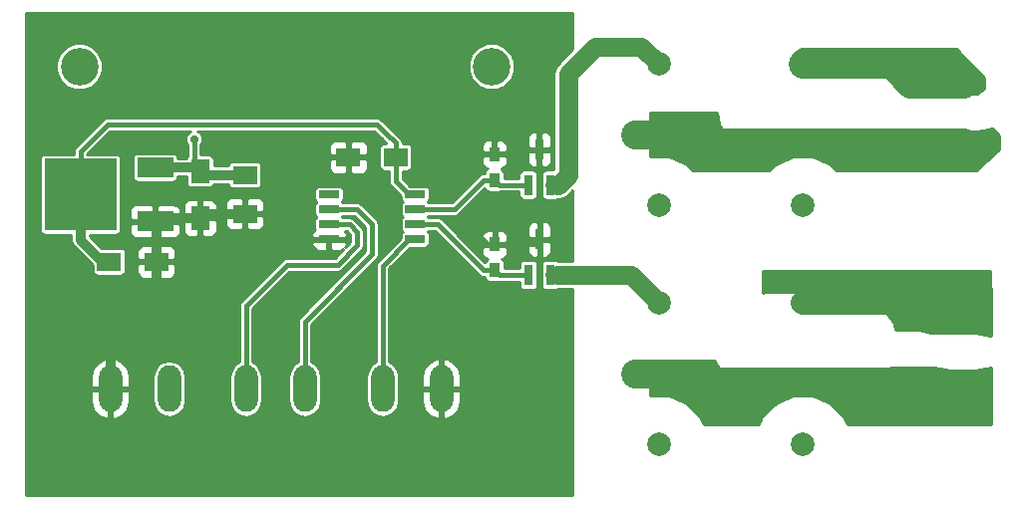
<source format=gtl>
G04 #@! TF.FileFunction,Copper,L1,Top,Signal*
%FSLAX46Y46*%
G04 Gerber Fmt 4.6, Leading zero omitted, Abs format (unit mm)*
G04 Created by KiCad (PCBNEW 4.0.2+dfsg1-stable) date Sun 08 May 2016 11:46:39 AM CEST*
%MOMM*%
G01*
G04 APERTURE LIST*
%ADD10C,0.100000*%
%ADD11C,3.200000*%
%ADD12C,2.000000*%
%ADD13R,2.000000X1.600000*%
%ADD14R,2.032000X1.524000*%
%ADD15R,1.600000X2.000000*%
%ADD16R,1.700000X0.650000*%
%ADD17O,1.981200X3.962400*%
%ADD18O,3.962400X1.981200*%
%ADD19R,0.800100X1.800860*%
%ADD20R,0.900000X1.200000*%
%ADD21R,3.048000X1.651000*%
%ADD22R,6.096000X6.096000*%
%ADD23C,0.736600*%
%ADD24C,0.406400*%
%ADD25C,0.812800*%
%ADD26C,2.032000*%
%ADD27C,1.625600*%
%ADD28C,2.438400*%
%ADD29C,0.254000*%
G04 APERTURE END LIST*
D10*
D11*
X80640000Y-40560000D03*
D12*
X107065000Y-52355000D03*
X107065000Y-40355000D03*
X94865000Y-52355000D03*
X94865000Y-40355000D03*
X92865000Y-46355000D03*
X107065000Y-72675000D03*
X107065000Y-60675000D03*
X94865000Y-72675000D03*
X94865000Y-60675000D03*
X92865000Y-66675000D03*
D13*
X72485000Y-48260000D03*
X68485000Y-48260000D03*
D14*
X59690000Y-49784000D03*
X59690000Y-53086000D03*
D15*
X55880000Y-49435000D03*
X55880000Y-53435000D03*
D13*
X48165000Y-57150000D03*
X52165000Y-57150000D03*
D16*
X66835000Y-51435000D03*
X66835000Y-52705000D03*
X66835000Y-53975000D03*
X66835000Y-55245000D03*
X74135000Y-55245000D03*
X74135000Y-53975000D03*
X74135000Y-52705000D03*
X74135000Y-51435000D03*
D17*
X48260000Y-67945000D03*
X53260000Y-67945000D03*
D18*
X120650000Y-67310000D03*
X120650000Y-62310000D03*
X120650000Y-46990000D03*
X120650000Y-41990000D03*
D17*
X59770000Y-67945000D03*
X64770000Y-67945000D03*
D19*
X83759000Y-58270140D03*
X85659000Y-58270140D03*
X84709000Y-55267860D03*
X83742616Y-50619918D03*
X85642616Y-50619918D03*
X84692616Y-47617638D03*
D20*
X80899000Y-57869000D03*
X80899000Y-55669000D03*
X80882616Y-50218778D03*
X80882616Y-48018778D03*
D21*
X52070000Y-53721000D03*
D22*
X45720000Y-51435000D03*
D21*
X52070000Y-49149000D03*
D17*
X71374000Y-67945000D03*
X76374000Y-67945000D03*
D11*
X45640000Y-40560000D03*
D23*
X75946000Y-57404000D03*
X78994000Y-49022000D03*
X78740000Y-54102000D03*
X63754000Y-53086000D03*
X55372000Y-46736000D03*
D24*
X48006000Y-45466000D02*
X45720000Y-47752000D01*
X45720000Y-47752000D02*
X45720000Y-51435000D01*
X70866000Y-45466000D02*
X48006000Y-45466000D01*
X71628000Y-46228000D02*
X70866000Y-45466000D01*
X71659400Y-46228000D02*
X71628000Y-46228000D01*
X72485000Y-48260000D02*
X72485000Y-47053600D01*
X72485000Y-47053600D02*
X71659400Y-46228000D01*
X72485000Y-48260000D02*
X72485000Y-50310000D01*
X72485000Y-50310000D02*
X73610000Y-51435000D01*
X73610000Y-51435000D02*
X74135000Y-51435000D01*
D25*
X48165000Y-57150000D02*
X47574200Y-57150000D01*
X45720000Y-55295800D02*
X45720000Y-51435000D01*
X47574200Y-57150000D02*
X45720000Y-55295800D01*
D24*
X76374000Y-67945000D02*
X76374000Y-57832000D01*
X76374000Y-57832000D02*
X75946000Y-57404000D01*
X78994000Y-49022000D02*
X79997222Y-48018778D01*
X79997222Y-48018778D02*
X80882616Y-48018778D01*
X80899000Y-55669000D02*
X80307000Y-55669000D01*
X80307000Y-55669000D02*
X78740000Y-54102000D01*
X63754000Y-53086000D02*
X61341000Y-53086000D01*
X80899000Y-55669000D02*
X84307860Y-55669000D01*
X84307860Y-55669000D02*
X84709000Y-55267860D01*
X81982616Y-48018778D02*
X82383756Y-47617638D01*
X82383756Y-47617638D02*
X84692616Y-47617638D01*
X80882616Y-48018778D02*
X81982616Y-48018778D01*
X68485000Y-48260000D02*
X66167000Y-48260000D01*
X66167000Y-48260000D02*
X61341000Y-53086000D01*
X63500000Y-55245000D02*
X61341000Y-53086000D01*
X61341000Y-53086000D02*
X59690000Y-53086000D01*
X66835000Y-55245000D02*
X63500000Y-55245000D01*
D25*
X59690000Y-53086000D02*
X56229000Y-53086000D01*
X56229000Y-53086000D02*
X55880000Y-53435000D01*
X48260000Y-64770000D02*
X52165000Y-60865000D01*
X52165000Y-60865000D02*
X52165000Y-57150000D01*
X48260000Y-67945000D02*
X48260000Y-64770000D01*
X52165000Y-57150000D02*
X52165000Y-53816000D01*
X52165000Y-53816000D02*
X52070000Y-53721000D01*
X55880000Y-53435000D02*
X52356000Y-53435000D01*
X52356000Y-53435000D02*
X52070000Y-53721000D01*
D24*
X55372000Y-46736000D02*
X55372000Y-48927000D01*
X55372000Y-48927000D02*
X55880000Y-49435000D01*
D25*
X59690000Y-49784000D02*
X56229000Y-49784000D01*
X56229000Y-49784000D02*
X55880000Y-49435000D01*
X52070000Y-49149000D02*
X55594000Y-49149000D01*
X55594000Y-49149000D02*
X55880000Y-49435000D01*
D24*
X64770000Y-62230000D02*
X70485000Y-56515000D01*
X70485000Y-56515000D02*
X70485000Y-53975000D01*
X64770000Y-67945000D02*
X64770000Y-62230000D01*
X66835000Y-52705000D02*
X69215000Y-52705000D01*
X69215000Y-52705000D02*
X70485000Y-53975000D01*
X63246000Y-57404000D02*
X59770000Y-60880000D01*
X59770000Y-60880000D02*
X59770000Y-67945000D01*
X67564000Y-57404000D02*
X63246000Y-57404000D01*
X69215000Y-55753000D02*
X67564000Y-57404000D01*
X69215000Y-54610000D02*
X69215000Y-55753000D01*
X66835000Y-53975000D02*
X68580000Y-53975000D01*
X68580000Y-53975000D02*
X69215000Y-54610000D01*
X71374000Y-67945000D02*
X71374000Y-57481000D01*
X71374000Y-57481000D02*
X73610000Y-55245000D01*
X73610000Y-55245000D02*
X74135000Y-55245000D01*
X74135000Y-53975000D02*
X75946000Y-53975000D01*
X79967000Y-57869000D02*
X76073000Y-53975000D01*
X76073000Y-53975000D02*
X75946000Y-53975000D01*
X80899000Y-57869000D02*
X79967000Y-57869000D01*
X83759000Y-58270140D02*
X81300140Y-58270140D01*
X81300140Y-58270140D02*
X80899000Y-57869000D01*
X80899000Y-58019000D02*
X80899000Y-57869000D01*
X77470000Y-52705000D02*
X79956222Y-50218778D01*
X79956222Y-50218778D02*
X80882616Y-50218778D01*
X83742616Y-50619918D02*
X81283756Y-50619918D01*
X81283756Y-50619918D02*
X80882616Y-50218778D01*
X74135000Y-52705000D02*
X77470000Y-52705000D01*
D26*
X107065000Y-60675000D02*
X119015000Y-60675000D01*
X119015000Y-60675000D02*
X120650000Y-62310000D01*
D27*
X86210140Y-58270140D02*
X92460140Y-58270140D01*
X92460140Y-58270140D02*
X94865000Y-60675000D01*
D25*
X85659000Y-58270140D02*
X86210140Y-58270140D01*
D28*
X98044000Y-67310000D02*
X97409000Y-66675000D01*
X97409000Y-66675000D02*
X92865000Y-66675000D01*
X116967000Y-67310000D02*
X98044000Y-67310000D01*
D26*
X120650000Y-67310000D02*
X116967000Y-67310000D01*
D28*
X115031000Y-40355000D02*
X115031000Y-40790600D01*
X115031000Y-40790600D02*
X116230400Y-41990000D01*
X116230400Y-41990000D02*
X120650000Y-41990000D01*
X107065000Y-40355000D02*
X115031000Y-40355000D01*
D27*
X86193756Y-50619918D02*
X86286082Y-50619918D01*
X86286082Y-50619918D02*
X87122000Y-49784000D01*
X87122000Y-49784000D02*
X87122000Y-41148000D01*
X87122000Y-41148000D02*
X89408000Y-38862000D01*
X89408000Y-38862000D02*
X93372000Y-38862000D01*
X93372000Y-38862000D02*
X94865000Y-40355000D01*
D25*
X85642616Y-50619918D02*
X86193756Y-50619918D01*
D28*
X92865000Y-46355000D02*
X98679000Y-46355000D01*
X98679000Y-46355000D02*
X99314000Y-46990000D01*
X99314000Y-46990000D02*
X120650000Y-46990000D01*
D29*
G36*
X122428000Y-41516208D02*
X122428000Y-42478877D01*
X121879967Y-42862500D01*
X121749479Y-42862500D01*
X120650000Y-42643800D01*
X115162034Y-42643800D01*
X115060298Y-42132341D01*
X114107149Y-40705851D01*
X112680659Y-39752702D01*
X110998000Y-39418000D01*
X106392039Y-39418000D01*
X106970747Y-39052500D01*
X120087478Y-39052500D01*
X122428000Y-41516208D01*
X122428000Y-41516208D01*
G37*
X122428000Y-41516208D02*
X122428000Y-42478877D01*
X121879967Y-42862500D01*
X121749479Y-42862500D01*
X120650000Y-42643800D01*
X115162034Y-42643800D01*
X115060298Y-42132341D01*
X114107149Y-40705851D01*
X112680659Y-39752702D01*
X110998000Y-39418000D01*
X106392039Y-39418000D01*
X106970747Y-39052500D01*
X120087478Y-39052500D01*
X122428000Y-41516208D01*
G36*
X99950702Y-45497659D02*
X100903851Y-46924149D01*
X102330341Y-47877298D01*
X104013000Y-48212000D01*
X110998000Y-48212000D01*
X112680659Y-47877298D01*
X114107149Y-46924149D01*
X114703008Y-46032383D01*
X116230400Y-46336200D01*
X120650000Y-46336200D01*
X122313219Y-46005365D01*
X122338047Y-45988775D01*
X123123027Y-45832633D01*
X123698000Y-46407606D01*
X123698000Y-47571171D01*
X121805110Y-49403000D01*
X109949521Y-49403000D01*
X109405810Y-48858340D01*
X107889513Y-48228718D01*
X106247690Y-48227285D01*
X104730296Y-48854259D01*
X104180597Y-49403000D01*
X97749521Y-49403000D01*
X97205810Y-48858340D01*
X95689513Y-48228718D01*
X94059000Y-48227295D01*
X94059000Y-44513500D01*
X99754940Y-44513500D01*
X99950702Y-45497659D01*
X99950702Y-45497659D01*
G37*
X99950702Y-45497659D02*
X100903851Y-46924149D01*
X102330341Y-47877298D01*
X104013000Y-48212000D01*
X110998000Y-48212000D01*
X112680659Y-47877298D01*
X114107149Y-46924149D01*
X114703008Y-46032383D01*
X116230400Y-46336200D01*
X120650000Y-46336200D01*
X122313219Y-46005365D01*
X122338047Y-45988775D01*
X123123027Y-45832633D01*
X123698000Y-46407606D01*
X123698000Y-47571171D01*
X121805110Y-49403000D01*
X109949521Y-49403000D01*
X109405810Y-48858340D01*
X107889513Y-48228718D01*
X106247690Y-48227285D01*
X104730296Y-48854259D01*
X104180597Y-49403000D01*
X97749521Y-49403000D01*
X97205810Y-48858340D01*
X95689513Y-48228718D01*
X94059000Y-48227295D01*
X94059000Y-44513500D01*
X99754940Y-44513500D01*
X99950702Y-45497659D01*
G36*
X123063000Y-60645327D02*
X123063000Y-63436500D01*
X122967848Y-63436500D01*
X121740676Y-63192400D01*
X120777694Y-63192400D01*
X120650000Y-63167000D01*
X117988555Y-63167000D01*
X116967000Y-62963800D01*
X114908034Y-62963800D01*
X114806298Y-62452341D01*
X113853149Y-61025851D01*
X112426659Y-60072702D01*
X110744000Y-59738000D01*
X103759000Y-59738000D01*
X103632000Y-59763262D01*
X103632000Y-57912000D01*
X122941519Y-57912000D01*
X123063000Y-60645327D01*
X123063000Y-60645327D01*
G37*
X123063000Y-60645327D02*
X123063000Y-63436500D01*
X122967848Y-63436500D01*
X121740676Y-63192400D01*
X120777694Y-63192400D01*
X120650000Y-63167000D01*
X117988555Y-63167000D01*
X116967000Y-62963800D01*
X114908034Y-62963800D01*
X114806298Y-62452341D01*
X113853149Y-61025851D01*
X112426659Y-60072702D01*
X110744000Y-59738000D01*
X103759000Y-59738000D01*
X103632000Y-59763262D01*
X103632000Y-57912000D01*
X122941519Y-57912000D01*
X123063000Y-60645327D01*
G36*
X99696702Y-65817659D02*
X100649851Y-67244149D01*
X102076341Y-68197298D01*
X103759000Y-68532000D01*
X110744000Y-68532000D01*
X112426659Y-68197298D01*
X113853149Y-67244149D01*
X114572876Y-66167000D01*
X118249201Y-66167000D01*
X119559324Y-66427600D01*
X120522310Y-66427600D01*
X120650000Y-66452999D01*
X120777690Y-66427600D01*
X121740676Y-66427600D01*
X123052556Y-66166650D01*
X123052556Y-70993000D01*
X110835433Y-70993000D01*
X110565741Y-70340296D01*
X109405810Y-69178340D01*
X107889513Y-68548718D01*
X106247690Y-68547285D01*
X104730296Y-69174259D01*
X103568340Y-70334190D01*
X103294778Y-70993000D01*
X98635433Y-70993000D01*
X98365741Y-70340296D01*
X97205810Y-69178340D01*
X95689513Y-68548718D01*
X94059000Y-68547295D01*
X94059000Y-65532000D01*
X99639881Y-65532000D01*
X99696702Y-65817659D01*
X99696702Y-65817659D01*
G37*
X99696702Y-65817659D02*
X100649851Y-67244149D01*
X102076341Y-68197298D01*
X103759000Y-68532000D01*
X110744000Y-68532000D01*
X112426659Y-68197298D01*
X113853149Y-67244149D01*
X114572876Y-66167000D01*
X118249201Y-66167000D01*
X119559324Y-66427600D01*
X120522310Y-66427600D01*
X120650000Y-66452999D01*
X120777690Y-66427600D01*
X121740676Y-66427600D01*
X123052556Y-66166650D01*
X123052556Y-70993000D01*
X110835433Y-70993000D01*
X110565741Y-70340296D01*
X109405810Y-69178340D01*
X107889513Y-68548718D01*
X106247690Y-68547285D01*
X104730296Y-69174259D01*
X103568340Y-70334190D01*
X103294778Y-70993000D01*
X98635433Y-70993000D01*
X98365741Y-70340296D01*
X97205810Y-69178340D01*
X95689513Y-68548718D01*
X94059000Y-68547295D01*
X94059000Y-65532000D01*
X99639881Y-65532000D01*
X99696702Y-65817659D01*
G36*
X87503000Y-39078712D02*
X86277856Y-40303856D01*
X86019073Y-40691152D01*
X86019073Y-40691153D01*
X85928200Y-41148000D01*
X85928200Y-49289512D01*
X85886688Y-49331024D01*
X85242566Y-49331024D01*
X85101376Y-49357591D01*
X84971701Y-49441034D01*
X84884707Y-49568354D01*
X84854102Y-49719488D01*
X84854102Y-51520348D01*
X84880669Y-51661538D01*
X84964112Y-51791213D01*
X85091432Y-51878207D01*
X85242566Y-51908812D01*
X86042666Y-51908812D01*
X86183856Y-51882245D01*
X86292261Y-51812489D01*
X86742930Y-51722845D01*
X87130226Y-51464062D01*
X87503000Y-51091288D01*
X87503000Y-57076340D01*
X86304567Y-57076340D01*
X86210184Y-57011851D01*
X86059050Y-56981246D01*
X85258950Y-56981246D01*
X85117760Y-57007813D01*
X84988085Y-57091256D01*
X84901091Y-57218576D01*
X84870486Y-57369710D01*
X84870486Y-59170570D01*
X84897053Y-59311760D01*
X84980496Y-59441435D01*
X85107816Y-59528429D01*
X85258950Y-59559034D01*
X86059050Y-59559034D01*
X86200240Y-59532467D01*
X86306735Y-59463940D01*
X87503000Y-59463940D01*
X87503000Y-77014000D01*
X41096000Y-77014000D01*
X41096000Y-68072000D01*
X46634400Y-68072000D01*
X46634400Y-69062600D01*
X46806742Y-69675023D01*
X47200330Y-70174876D01*
X47755243Y-70486060D01*
X47881041Y-70516411D01*
X48133000Y-70396942D01*
X48133000Y-68072000D01*
X48387000Y-68072000D01*
X48387000Y-70396942D01*
X48638959Y-70516411D01*
X48764757Y-70486060D01*
X49319670Y-70174876D01*
X49713258Y-69675023D01*
X49885600Y-69062600D01*
X49885600Y-68072000D01*
X48387000Y-68072000D01*
X48133000Y-68072000D01*
X46634400Y-68072000D01*
X41096000Y-68072000D01*
X41096000Y-66827400D01*
X46634400Y-66827400D01*
X46634400Y-67818000D01*
X48133000Y-67818000D01*
X48133000Y-65493058D01*
X48387000Y-65493058D01*
X48387000Y-67818000D01*
X49885600Y-67818000D01*
X49885600Y-66908122D01*
X51888400Y-66908122D01*
X51888400Y-68981878D01*
X51992807Y-69506767D01*
X52290132Y-69951746D01*
X52735111Y-70249071D01*
X53260000Y-70353478D01*
X53784889Y-70249071D01*
X54229868Y-69951746D01*
X54527193Y-69506767D01*
X54631600Y-68981878D01*
X54631600Y-66908122D01*
X58398400Y-66908122D01*
X58398400Y-68981878D01*
X58502807Y-69506767D01*
X58800132Y-69951746D01*
X59245111Y-70249071D01*
X59770000Y-70353478D01*
X60294889Y-70249071D01*
X60739868Y-69951746D01*
X61037193Y-69506767D01*
X61141600Y-68981878D01*
X61141600Y-66908122D01*
X61037193Y-66383233D01*
X60739868Y-65938254D01*
X60354200Y-65680559D01*
X60354200Y-61121984D01*
X63487984Y-57988200D01*
X67564000Y-57988200D01*
X67787564Y-57943730D01*
X67977092Y-57817092D01*
X69628089Y-56166094D01*
X69628092Y-56166092D01*
X69744322Y-55992141D01*
X69754731Y-55976563D01*
X69799201Y-55753000D01*
X69799200Y-55752995D01*
X69799200Y-54610005D01*
X69799201Y-54610000D01*
X69754731Y-54386437D01*
X69628092Y-54196908D01*
X68993092Y-53561908D01*
X68803564Y-53435270D01*
X68580000Y-53390800D01*
X67970960Y-53390800D01*
X67963454Y-53379135D01*
X67906499Y-53340220D01*
X67955865Y-53308454D01*
X67969021Y-53289200D01*
X68973016Y-53289200D01*
X69900800Y-54216984D01*
X69900800Y-56273017D01*
X64356908Y-61816908D01*
X64230270Y-62006436D01*
X64185800Y-62230000D01*
X64185800Y-65680559D01*
X63800132Y-65938254D01*
X63502807Y-66383233D01*
X63398400Y-66908122D01*
X63398400Y-68981878D01*
X63502807Y-69506767D01*
X63800132Y-69951746D01*
X64245111Y-70249071D01*
X64770000Y-70353478D01*
X65294889Y-70249071D01*
X65739868Y-69951746D01*
X66037193Y-69506767D01*
X66141600Y-68981878D01*
X66141600Y-66908122D01*
X66037193Y-66383233D01*
X65739868Y-65938254D01*
X65354200Y-65680559D01*
X65354200Y-62471984D01*
X70898089Y-56928094D01*
X70898092Y-56928092D01*
X71024730Y-56738564D01*
X71024731Y-56738563D01*
X71069201Y-56515000D01*
X71069200Y-56514995D01*
X71069200Y-53975000D01*
X71024730Y-53751436D01*
X70898092Y-53561908D01*
X69628092Y-52291908D01*
X69581086Y-52260500D01*
X69438564Y-52165270D01*
X69215000Y-52120800D01*
X67970960Y-52120800D01*
X67963454Y-52109135D01*
X67906499Y-52070220D01*
X67955865Y-52038454D01*
X68042859Y-51911134D01*
X68073464Y-51760000D01*
X68073464Y-51110000D01*
X68046897Y-50968810D01*
X67963454Y-50839135D01*
X67836134Y-50752141D01*
X67685000Y-50721536D01*
X65985000Y-50721536D01*
X65843810Y-50748103D01*
X65714135Y-50831546D01*
X65627141Y-50958866D01*
X65596536Y-51110000D01*
X65596536Y-51760000D01*
X65623103Y-51901190D01*
X65706546Y-52030865D01*
X65763501Y-52069780D01*
X65714135Y-52101546D01*
X65627141Y-52228866D01*
X65596536Y-52380000D01*
X65596536Y-53030000D01*
X65623103Y-53171190D01*
X65706546Y-53300865D01*
X65763501Y-53339780D01*
X65714135Y-53371546D01*
X65627141Y-53498866D01*
X65596536Y-53650000D01*
X65596536Y-54300000D01*
X65614026Y-54392949D01*
X65446673Y-54560301D01*
X65350000Y-54793690D01*
X65350000Y-54959250D01*
X65508750Y-55118000D01*
X66708000Y-55118000D01*
X66708000Y-55098000D01*
X66962000Y-55098000D01*
X66962000Y-55118000D01*
X68161250Y-55118000D01*
X68320000Y-54959250D01*
X68320000Y-54793690D01*
X68223327Y-54560301D01*
X68222226Y-54559200D01*
X68338016Y-54559200D01*
X68630800Y-54851984D01*
X68630800Y-55511017D01*
X68231253Y-55910563D01*
X68320000Y-55696310D01*
X68320000Y-55530750D01*
X68161250Y-55372000D01*
X66962000Y-55372000D01*
X66962000Y-56046250D01*
X67120750Y-56205000D01*
X67811309Y-56205000D01*
X68025564Y-56116253D01*
X67322016Y-56819800D01*
X63246000Y-56819800D01*
X63022436Y-56864270D01*
X62907197Y-56941270D01*
X62832908Y-56990908D01*
X59356908Y-60466908D01*
X59230270Y-60656436D01*
X59185800Y-60880000D01*
X59185800Y-65680559D01*
X58800132Y-65938254D01*
X58502807Y-66383233D01*
X58398400Y-66908122D01*
X54631600Y-66908122D01*
X54527193Y-66383233D01*
X54229868Y-65938254D01*
X53784889Y-65640929D01*
X53260000Y-65536522D01*
X52735111Y-65640929D01*
X52290132Y-65938254D01*
X51992807Y-66383233D01*
X51888400Y-66908122D01*
X49885600Y-66908122D01*
X49885600Y-66827400D01*
X49713258Y-66214977D01*
X49319670Y-65715124D01*
X48764757Y-65403940D01*
X48638959Y-65373589D01*
X48387000Y-65493058D01*
X48133000Y-65493058D01*
X47881041Y-65373589D01*
X47755243Y-65403940D01*
X47200330Y-65715124D01*
X46806742Y-66214977D01*
X46634400Y-66827400D01*
X41096000Y-66827400D01*
X41096000Y-48387000D01*
X42283536Y-48387000D01*
X42283536Y-54483000D01*
X42310103Y-54624190D01*
X42393546Y-54753865D01*
X42520866Y-54840859D01*
X42672000Y-54871464D01*
X44932600Y-54871464D01*
X44932600Y-55295800D01*
X44992537Y-55597125D01*
X45163224Y-55852576D01*
X46776536Y-57465888D01*
X46776536Y-57950000D01*
X46803103Y-58091190D01*
X46886546Y-58220865D01*
X47013866Y-58307859D01*
X47165000Y-58338464D01*
X49165000Y-58338464D01*
X49306190Y-58311897D01*
X49435865Y-58228454D01*
X49522859Y-58101134D01*
X49553464Y-57950000D01*
X49553464Y-57435750D01*
X50530000Y-57435750D01*
X50530000Y-58076310D01*
X50626673Y-58309699D01*
X50805302Y-58488327D01*
X51038691Y-58585000D01*
X51879250Y-58585000D01*
X52038000Y-58426250D01*
X52038000Y-57277000D01*
X52292000Y-57277000D01*
X52292000Y-58426250D01*
X52450750Y-58585000D01*
X53291309Y-58585000D01*
X53524698Y-58488327D01*
X53703327Y-58309699D01*
X53800000Y-58076310D01*
X53800000Y-57435750D01*
X53641250Y-57277000D01*
X52292000Y-57277000D01*
X52038000Y-57277000D01*
X50688750Y-57277000D01*
X50530000Y-57435750D01*
X49553464Y-57435750D01*
X49553464Y-56350000D01*
X49529697Y-56223690D01*
X50530000Y-56223690D01*
X50530000Y-56864250D01*
X50688750Y-57023000D01*
X52038000Y-57023000D01*
X52038000Y-55873750D01*
X52292000Y-55873750D01*
X52292000Y-57023000D01*
X53641250Y-57023000D01*
X53800000Y-56864250D01*
X53800000Y-56223690D01*
X53703327Y-55990301D01*
X53524698Y-55811673D01*
X53291309Y-55715000D01*
X52450750Y-55715000D01*
X52292000Y-55873750D01*
X52038000Y-55873750D01*
X51879250Y-55715000D01*
X51038691Y-55715000D01*
X50805302Y-55811673D01*
X50626673Y-55990301D01*
X50530000Y-56223690D01*
X49529697Y-56223690D01*
X49526897Y-56208810D01*
X49443454Y-56079135D01*
X49316134Y-55992141D01*
X49165000Y-55961536D01*
X47499288Y-55961536D01*
X47068502Y-55530750D01*
X65350000Y-55530750D01*
X65350000Y-55696310D01*
X65446673Y-55929699D01*
X65625302Y-56108327D01*
X65858691Y-56205000D01*
X66549250Y-56205000D01*
X66708000Y-56046250D01*
X66708000Y-55372000D01*
X65508750Y-55372000D01*
X65350000Y-55530750D01*
X47068502Y-55530750D01*
X46507400Y-54969648D01*
X46507400Y-54871464D01*
X48768000Y-54871464D01*
X48909190Y-54844897D01*
X49038865Y-54761454D01*
X49125859Y-54634134D01*
X49156464Y-54483000D01*
X49156464Y-54006750D01*
X49911000Y-54006750D01*
X49911000Y-54672809D01*
X50007673Y-54906198D01*
X50186301Y-55084827D01*
X50419690Y-55181500D01*
X51784250Y-55181500D01*
X51943000Y-55022750D01*
X51943000Y-53848000D01*
X52197000Y-53848000D01*
X52197000Y-55022750D01*
X52355750Y-55181500D01*
X53720310Y-55181500D01*
X53953699Y-55084827D01*
X54132327Y-54906198D01*
X54229000Y-54672809D01*
X54229000Y-54006750D01*
X54070250Y-53848000D01*
X52197000Y-53848000D01*
X51943000Y-53848000D01*
X50069750Y-53848000D01*
X49911000Y-54006750D01*
X49156464Y-54006750D01*
X49156464Y-53720750D01*
X54445000Y-53720750D01*
X54445000Y-54561309D01*
X54541673Y-54794698D01*
X54720301Y-54973327D01*
X54953690Y-55070000D01*
X55594250Y-55070000D01*
X55753000Y-54911250D01*
X55753000Y-53562000D01*
X56007000Y-53562000D01*
X56007000Y-54911250D01*
X56165750Y-55070000D01*
X56806310Y-55070000D01*
X57039699Y-54973327D01*
X57218327Y-54794698D01*
X57315000Y-54561309D01*
X57315000Y-53720750D01*
X57156250Y-53562000D01*
X56007000Y-53562000D01*
X55753000Y-53562000D01*
X54603750Y-53562000D01*
X54445000Y-53720750D01*
X49156464Y-53720750D01*
X49156464Y-52769191D01*
X49911000Y-52769191D01*
X49911000Y-53435250D01*
X50069750Y-53594000D01*
X51943000Y-53594000D01*
X51943000Y-52419250D01*
X52197000Y-52419250D01*
X52197000Y-53594000D01*
X54070250Y-53594000D01*
X54229000Y-53435250D01*
X54229000Y-53371750D01*
X58039000Y-53371750D01*
X58039000Y-53974309D01*
X58135673Y-54207698D01*
X58314301Y-54386327D01*
X58547690Y-54483000D01*
X59404250Y-54483000D01*
X59563000Y-54324250D01*
X59563000Y-53213000D01*
X59817000Y-53213000D01*
X59817000Y-54324250D01*
X59975750Y-54483000D01*
X60832310Y-54483000D01*
X61065699Y-54386327D01*
X61244327Y-54207698D01*
X61341000Y-53974309D01*
X61341000Y-53371750D01*
X61182250Y-53213000D01*
X59817000Y-53213000D01*
X59563000Y-53213000D01*
X58197750Y-53213000D01*
X58039000Y-53371750D01*
X54229000Y-53371750D01*
X54229000Y-52769191D01*
X54132327Y-52535802D01*
X53953699Y-52357173D01*
X53836654Y-52308691D01*
X54445000Y-52308691D01*
X54445000Y-53149250D01*
X54603750Y-53308000D01*
X55753000Y-53308000D01*
X55753000Y-51958750D01*
X56007000Y-51958750D01*
X56007000Y-53308000D01*
X57156250Y-53308000D01*
X57315000Y-53149250D01*
X57315000Y-52308691D01*
X57269023Y-52197691D01*
X58039000Y-52197691D01*
X58039000Y-52800250D01*
X58197750Y-52959000D01*
X59563000Y-52959000D01*
X59563000Y-51847750D01*
X59817000Y-51847750D01*
X59817000Y-52959000D01*
X61182250Y-52959000D01*
X61341000Y-52800250D01*
X61341000Y-52197691D01*
X61244327Y-51964302D01*
X61065699Y-51785673D01*
X60832310Y-51689000D01*
X59975750Y-51689000D01*
X59817000Y-51847750D01*
X59563000Y-51847750D01*
X59404250Y-51689000D01*
X58547690Y-51689000D01*
X58314301Y-51785673D01*
X58135673Y-51964302D01*
X58039000Y-52197691D01*
X57269023Y-52197691D01*
X57218327Y-52075302D01*
X57039699Y-51896673D01*
X56806310Y-51800000D01*
X56165750Y-51800000D01*
X56007000Y-51958750D01*
X55753000Y-51958750D01*
X55594250Y-51800000D01*
X54953690Y-51800000D01*
X54720301Y-51896673D01*
X54541673Y-52075302D01*
X54445000Y-52308691D01*
X53836654Y-52308691D01*
X53720310Y-52260500D01*
X52355750Y-52260500D01*
X52197000Y-52419250D01*
X51943000Y-52419250D01*
X51784250Y-52260500D01*
X50419690Y-52260500D01*
X50186301Y-52357173D01*
X50007673Y-52535802D01*
X49911000Y-52769191D01*
X49156464Y-52769191D01*
X49156464Y-48387000D01*
X49129897Y-48245810D01*
X49046454Y-48116135D01*
X48919134Y-48029141D01*
X48768000Y-47998536D01*
X46304200Y-47998536D01*
X46304200Y-47993984D01*
X48247984Y-46050200D01*
X55069613Y-46050200D01*
X54948110Y-46100404D01*
X54737144Y-46311001D01*
X54622830Y-46586301D01*
X54622570Y-46884391D01*
X54736404Y-47159890D01*
X54787800Y-47211376D01*
X54787800Y-48187771D01*
X54722141Y-48283866D01*
X54706400Y-48361600D01*
X53982464Y-48361600D01*
X53982464Y-48323500D01*
X53955897Y-48182310D01*
X53872454Y-48052635D01*
X53745134Y-47965641D01*
X53594000Y-47935036D01*
X50546000Y-47935036D01*
X50404810Y-47961603D01*
X50275135Y-48045046D01*
X50188141Y-48172366D01*
X50157536Y-48323500D01*
X50157536Y-49974500D01*
X50184103Y-50115690D01*
X50267546Y-50245365D01*
X50394866Y-50332359D01*
X50546000Y-50362964D01*
X53594000Y-50362964D01*
X53735190Y-50336397D01*
X53864865Y-50252954D01*
X53951859Y-50125634D01*
X53982464Y-49974500D01*
X53982464Y-49936400D01*
X54691536Y-49936400D01*
X54691536Y-50435000D01*
X54718103Y-50576190D01*
X54801546Y-50705865D01*
X54928866Y-50792859D01*
X55080000Y-50823464D01*
X56680000Y-50823464D01*
X56821190Y-50796897D01*
X56950865Y-50713454D01*
X57037859Y-50586134D01*
X57040843Y-50571400D01*
X58290315Y-50571400D01*
X58312103Y-50687190D01*
X58395546Y-50816865D01*
X58522866Y-50903859D01*
X58674000Y-50934464D01*
X60706000Y-50934464D01*
X60847190Y-50907897D01*
X60976865Y-50824454D01*
X61063859Y-50697134D01*
X61094464Y-50546000D01*
X61094464Y-49022000D01*
X61067897Y-48880810D01*
X60984454Y-48751135D01*
X60857134Y-48664141D01*
X60706000Y-48633536D01*
X58674000Y-48633536D01*
X58532810Y-48660103D01*
X58403135Y-48743546D01*
X58316141Y-48870866D01*
X58290680Y-48996600D01*
X57068464Y-48996600D01*
X57068464Y-48545750D01*
X66850000Y-48545750D01*
X66850000Y-49186310D01*
X66946673Y-49419699D01*
X67125302Y-49598327D01*
X67358691Y-49695000D01*
X68199250Y-49695000D01*
X68358000Y-49536250D01*
X68358000Y-48387000D01*
X68612000Y-48387000D01*
X68612000Y-49536250D01*
X68770750Y-49695000D01*
X69611309Y-49695000D01*
X69844698Y-49598327D01*
X70023327Y-49419699D01*
X70120000Y-49186310D01*
X70120000Y-48545750D01*
X69961250Y-48387000D01*
X68612000Y-48387000D01*
X68358000Y-48387000D01*
X67008750Y-48387000D01*
X66850000Y-48545750D01*
X57068464Y-48545750D01*
X57068464Y-48435000D01*
X57041897Y-48293810D01*
X56958454Y-48164135D01*
X56831134Y-48077141D01*
X56680000Y-48046536D01*
X55956200Y-48046536D01*
X55956200Y-47333690D01*
X66850000Y-47333690D01*
X66850000Y-47974250D01*
X67008750Y-48133000D01*
X68358000Y-48133000D01*
X68358000Y-46983750D01*
X68612000Y-46983750D01*
X68612000Y-48133000D01*
X69961250Y-48133000D01*
X70120000Y-47974250D01*
X70120000Y-47333690D01*
X70023327Y-47100301D01*
X69844698Y-46921673D01*
X69611309Y-46825000D01*
X68770750Y-46825000D01*
X68612000Y-46983750D01*
X68358000Y-46983750D01*
X68199250Y-46825000D01*
X67358691Y-46825000D01*
X67125302Y-46921673D01*
X66946673Y-47100301D01*
X66850000Y-47333690D01*
X55956200Y-47333690D01*
X55956200Y-47211566D01*
X56006856Y-47160999D01*
X56121170Y-46885699D01*
X56121430Y-46587609D01*
X56007596Y-46312110D01*
X55796999Y-46101144D01*
X55674312Y-46050200D01*
X70624016Y-46050200D01*
X71214908Y-46641092D01*
X71309537Y-46704321D01*
X71676752Y-47071536D01*
X71485000Y-47071536D01*
X71343810Y-47098103D01*
X71214135Y-47181546D01*
X71127141Y-47308866D01*
X71096536Y-47460000D01*
X71096536Y-49060000D01*
X71123103Y-49201190D01*
X71206546Y-49330865D01*
X71333866Y-49417859D01*
X71485000Y-49448464D01*
X71900800Y-49448464D01*
X71900800Y-50310000D01*
X71945270Y-50533564D01*
X72060397Y-50705865D01*
X72071908Y-50723092D01*
X72896536Y-51547720D01*
X72896536Y-51760000D01*
X72923103Y-51901190D01*
X73006546Y-52030865D01*
X73063501Y-52069780D01*
X73014135Y-52101546D01*
X72927141Y-52228866D01*
X72896536Y-52380000D01*
X72896536Y-53030000D01*
X72923103Y-53171190D01*
X73006546Y-53300865D01*
X73063501Y-53339780D01*
X73014135Y-53371546D01*
X72927141Y-53498866D01*
X72896536Y-53650000D01*
X72896536Y-54300000D01*
X72923103Y-54441190D01*
X73006546Y-54570865D01*
X73063501Y-54609780D01*
X73014135Y-54641546D01*
X72927141Y-54768866D01*
X72896536Y-54920000D01*
X72896536Y-55132281D01*
X70960908Y-57067908D01*
X70834270Y-57257436D01*
X70789800Y-57481000D01*
X70789800Y-65680559D01*
X70404132Y-65938254D01*
X70106807Y-66383233D01*
X70002400Y-66908122D01*
X70002400Y-68981878D01*
X70106807Y-69506767D01*
X70404132Y-69951746D01*
X70849111Y-70249071D01*
X71374000Y-70353478D01*
X71898889Y-70249071D01*
X72343868Y-69951746D01*
X72641193Y-69506767D01*
X72745600Y-68981878D01*
X72745600Y-68072000D01*
X74748400Y-68072000D01*
X74748400Y-69062600D01*
X74920742Y-69675023D01*
X75314330Y-70174876D01*
X75869243Y-70486060D01*
X75995041Y-70516411D01*
X76247000Y-70396942D01*
X76247000Y-68072000D01*
X76501000Y-68072000D01*
X76501000Y-70396942D01*
X76752959Y-70516411D01*
X76878757Y-70486060D01*
X77433670Y-70174876D01*
X77827258Y-69675023D01*
X77999600Y-69062600D01*
X77999600Y-68072000D01*
X76501000Y-68072000D01*
X76247000Y-68072000D01*
X74748400Y-68072000D01*
X72745600Y-68072000D01*
X72745600Y-66908122D01*
X72729544Y-66827400D01*
X74748400Y-66827400D01*
X74748400Y-67818000D01*
X76247000Y-67818000D01*
X76247000Y-65493058D01*
X76501000Y-65493058D01*
X76501000Y-67818000D01*
X77999600Y-67818000D01*
X77999600Y-66827400D01*
X77827258Y-66214977D01*
X77433670Y-65715124D01*
X76878757Y-65403940D01*
X76752959Y-65373589D01*
X76501000Y-65493058D01*
X76247000Y-65493058D01*
X75995041Y-65373589D01*
X75869243Y-65403940D01*
X75314330Y-65715124D01*
X74920742Y-66214977D01*
X74748400Y-66827400D01*
X72729544Y-66827400D01*
X72641193Y-66383233D01*
X72343868Y-65938254D01*
X71958200Y-65680559D01*
X71958200Y-57722984D01*
X73722719Y-55958464D01*
X74985000Y-55958464D01*
X75126190Y-55931897D01*
X75255865Y-55848454D01*
X75342859Y-55721134D01*
X75373464Y-55570000D01*
X75373464Y-54920000D01*
X75346897Y-54778810D01*
X75263454Y-54649135D01*
X75206499Y-54610220D01*
X75255865Y-54578454D01*
X75269021Y-54559200D01*
X75831016Y-54559200D01*
X79553908Y-58282092D01*
X79743437Y-58408731D01*
X79967000Y-58453201D01*
X79967005Y-58453200D01*
X80060536Y-58453200D01*
X80060536Y-58469000D01*
X80087103Y-58610190D01*
X80170546Y-58739865D01*
X80297866Y-58826859D01*
X80449000Y-58857464D01*
X81349000Y-58857464D01*
X81365602Y-58854340D01*
X82970486Y-58854340D01*
X82970486Y-59170570D01*
X82997053Y-59311760D01*
X83080496Y-59441435D01*
X83207816Y-59528429D01*
X83358950Y-59559034D01*
X84159050Y-59559034D01*
X84300240Y-59532467D01*
X84429915Y-59449024D01*
X84516909Y-59321704D01*
X84547514Y-59170570D01*
X84547514Y-57369710D01*
X84520947Y-57228520D01*
X84437504Y-57098845D01*
X84310184Y-57011851D01*
X84159050Y-56981246D01*
X83358950Y-56981246D01*
X83217760Y-57007813D01*
X83088085Y-57091256D01*
X83001091Y-57218576D01*
X82970486Y-57369710D01*
X82970486Y-57685940D01*
X81737464Y-57685940D01*
X81737464Y-57269000D01*
X81710897Y-57127810D01*
X81627454Y-56998135D01*
X81500134Y-56911141D01*
X81464870Y-56904000D01*
X81475310Y-56904000D01*
X81708699Y-56807327D01*
X81887327Y-56628698D01*
X81984000Y-56395309D01*
X81984000Y-55954750D01*
X81825250Y-55796000D01*
X81026000Y-55796000D01*
X81026000Y-55816000D01*
X80772000Y-55816000D01*
X80772000Y-55796000D01*
X79972750Y-55796000D01*
X79814000Y-55954750D01*
X79814000Y-56395309D01*
X79910673Y-56628698D01*
X80089301Y-56807327D01*
X80322690Y-56904000D01*
X80324301Y-56904000D01*
X80307810Y-56907103D01*
X80178135Y-56990546D01*
X80091141Y-57117866D01*
X80082874Y-57158690D01*
X78477794Y-55553610D01*
X83673950Y-55553610D01*
X83673950Y-56294600D01*
X83770623Y-56527989D01*
X83949252Y-56706617D01*
X84182641Y-56803290D01*
X84423250Y-56803290D01*
X84582000Y-56644540D01*
X84582000Y-55394860D01*
X84836000Y-55394860D01*
X84836000Y-56644540D01*
X84994750Y-56803290D01*
X85235359Y-56803290D01*
X85468748Y-56706617D01*
X85647377Y-56527989D01*
X85744050Y-56294600D01*
X85744050Y-55553610D01*
X85585300Y-55394860D01*
X84836000Y-55394860D01*
X84582000Y-55394860D01*
X83832700Y-55394860D01*
X83673950Y-55553610D01*
X78477794Y-55553610D01*
X77866875Y-54942691D01*
X79814000Y-54942691D01*
X79814000Y-55383250D01*
X79972750Y-55542000D01*
X80772000Y-55542000D01*
X80772000Y-54592750D01*
X81026000Y-54592750D01*
X81026000Y-55542000D01*
X81825250Y-55542000D01*
X81984000Y-55383250D01*
X81984000Y-54942691D01*
X81887327Y-54709302D01*
X81708699Y-54530673D01*
X81475310Y-54434000D01*
X81184750Y-54434000D01*
X81026000Y-54592750D01*
X80772000Y-54592750D01*
X80613250Y-54434000D01*
X80322690Y-54434000D01*
X80089301Y-54530673D01*
X79910673Y-54709302D01*
X79814000Y-54942691D01*
X77866875Y-54942691D01*
X77165304Y-54241120D01*
X83673950Y-54241120D01*
X83673950Y-54982110D01*
X83832700Y-55140860D01*
X84582000Y-55140860D01*
X84582000Y-53891180D01*
X84836000Y-53891180D01*
X84836000Y-55140860D01*
X85585300Y-55140860D01*
X85744050Y-54982110D01*
X85744050Y-54241120D01*
X85647377Y-54007731D01*
X85468748Y-53829103D01*
X85235359Y-53732430D01*
X84994750Y-53732430D01*
X84836000Y-53891180D01*
X84582000Y-53891180D01*
X84423250Y-53732430D01*
X84182641Y-53732430D01*
X83949252Y-53829103D01*
X83770623Y-54007731D01*
X83673950Y-54241120D01*
X77165304Y-54241120D01*
X76486092Y-53561908D01*
X76296564Y-53435270D01*
X76073000Y-53390800D01*
X75270960Y-53390800D01*
X75263454Y-53379135D01*
X75206499Y-53340220D01*
X75255865Y-53308454D01*
X75269021Y-53289200D01*
X77470000Y-53289200D01*
X77693564Y-53244730D01*
X77883092Y-53118092D01*
X80066047Y-50935137D01*
X80070719Y-50959968D01*
X80154162Y-51089643D01*
X80281482Y-51176637D01*
X80432616Y-51207242D01*
X81332616Y-51207242D01*
X81349218Y-51204118D01*
X82954102Y-51204118D01*
X82954102Y-51520348D01*
X82980669Y-51661538D01*
X83064112Y-51791213D01*
X83191432Y-51878207D01*
X83342566Y-51908812D01*
X84142666Y-51908812D01*
X84283856Y-51882245D01*
X84413531Y-51798802D01*
X84500525Y-51671482D01*
X84531130Y-51520348D01*
X84531130Y-49719488D01*
X84504563Y-49578298D01*
X84421120Y-49448623D01*
X84293800Y-49361629D01*
X84142666Y-49331024D01*
X83342566Y-49331024D01*
X83201376Y-49357591D01*
X83071701Y-49441034D01*
X82984707Y-49568354D01*
X82954102Y-49719488D01*
X82954102Y-50035718D01*
X81721080Y-50035718D01*
X81721080Y-49618778D01*
X81694513Y-49477588D01*
X81611070Y-49347913D01*
X81483750Y-49260919D01*
X81448486Y-49253778D01*
X81458926Y-49253778D01*
X81692315Y-49157105D01*
X81870943Y-48978476D01*
X81967616Y-48745087D01*
X81967616Y-48304528D01*
X81808866Y-48145778D01*
X81009616Y-48145778D01*
X81009616Y-48165778D01*
X80755616Y-48165778D01*
X80755616Y-48145778D01*
X79956366Y-48145778D01*
X79797616Y-48304528D01*
X79797616Y-48745087D01*
X79894289Y-48978476D01*
X80072917Y-49157105D01*
X80306306Y-49253778D01*
X80307917Y-49253778D01*
X80291426Y-49256881D01*
X80161751Y-49340324D01*
X80074757Y-49467644D01*
X80044152Y-49618778D01*
X80044152Y-49634578D01*
X79956222Y-49634578D01*
X79732658Y-49679048D01*
X79646937Y-49736325D01*
X79543130Y-49805686D01*
X77228016Y-52120800D01*
X75270960Y-52120800D01*
X75263454Y-52109135D01*
X75206499Y-52070220D01*
X75255865Y-52038454D01*
X75342859Y-51911134D01*
X75373464Y-51760000D01*
X75373464Y-51110000D01*
X75346897Y-50968810D01*
X75263454Y-50839135D01*
X75136134Y-50752141D01*
X74985000Y-50721536D01*
X73722720Y-50721536D01*
X73069200Y-50068016D01*
X73069200Y-49448464D01*
X73485000Y-49448464D01*
X73626190Y-49421897D01*
X73755865Y-49338454D01*
X73842859Y-49211134D01*
X73873464Y-49060000D01*
X73873464Y-47903388D01*
X83657566Y-47903388D01*
X83657566Y-48644378D01*
X83754239Y-48877767D01*
X83932868Y-49056395D01*
X84166257Y-49153068D01*
X84406866Y-49153068D01*
X84565616Y-48994318D01*
X84565616Y-47744638D01*
X84819616Y-47744638D01*
X84819616Y-48994318D01*
X84978366Y-49153068D01*
X85218975Y-49153068D01*
X85452364Y-49056395D01*
X85630993Y-48877767D01*
X85727666Y-48644378D01*
X85727666Y-47903388D01*
X85568916Y-47744638D01*
X84819616Y-47744638D01*
X84565616Y-47744638D01*
X83816316Y-47744638D01*
X83657566Y-47903388D01*
X73873464Y-47903388D01*
X73873464Y-47460000D01*
X73846897Y-47318810D01*
X73829948Y-47292469D01*
X79797616Y-47292469D01*
X79797616Y-47733028D01*
X79956366Y-47891778D01*
X80755616Y-47891778D01*
X80755616Y-46942528D01*
X81009616Y-46942528D01*
X81009616Y-47891778D01*
X81808866Y-47891778D01*
X81967616Y-47733028D01*
X81967616Y-47292469D01*
X81870943Y-47059080D01*
X81692315Y-46880451D01*
X81458926Y-46783778D01*
X81168366Y-46783778D01*
X81009616Y-46942528D01*
X80755616Y-46942528D01*
X80596866Y-46783778D01*
X80306306Y-46783778D01*
X80072917Y-46880451D01*
X79894289Y-47059080D01*
X79797616Y-47292469D01*
X73829948Y-47292469D01*
X73763454Y-47189135D01*
X73636134Y-47102141D01*
X73485000Y-47071536D01*
X73069200Y-47071536D01*
X73069200Y-47053605D01*
X73069201Y-47053600D01*
X73024731Y-46830037D01*
X72898092Y-46640508D01*
X72848482Y-46590898D01*
X83657566Y-46590898D01*
X83657566Y-47331888D01*
X83816316Y-47490638D01*
X84565616Y-47490638D01*
X84565616Y-46240958D01*
X84819616Y-46240958D01*
X84819616Y-47490638D01*
X85568916Y-47490638D01*
X85727666Y-47331888D01*
X85727666Y-46590898D01*
X85630993Y-46357509D01*
X85452364Y-46178881D01*
X85218975Y-46082208D01*
X84978366Y-46082208D01*
X84819616Y-46240958D01*
X84565616Y-46240958D01*
X84406866Y-46082208D01*
X84166257Y-46082208D01*
X83932868Y-46178881D01*
X83754239Y-46357509D01*
X83657566Y-46590898D01*
X72848482Y-46590898D01*
X72072492Y-45814908D01*
X71977864Y-45751680D01*
X71279092Y-45052908D01*
X71173618Y-44982433D01*
X71089564Y-44926270D01*
X70866000Y-44881800D01*
X48006000Y-44881800D01*
X47782436Y-44926270D01*
X47698382Y-44982433D01*
X47592908Y-45052908D01*
X45306908Y-47338908D01*
X45180270Y-47528436D01*
X45135800Y-47752000D01*
X45135800Y-47998536D01*
X42672000Y-47998536D01*
X42530810Y-48025103D01*
X42401135Y-48108546D01*
X42314141Y-48235866D01*
X42283536Y-48387000D01*
X41096000Y-48387000D01*
X41096000Y-40952316D01*
X43658657Y-40952316D01*
X43959611Y-41680680D01*
X44516389Y-42238431D01*
X45244226Y-42540655D01*
X46032316Y-42541343D01*
X46760680Y-42240389D01*
X47318431Y-41683611D01*
X47620655Y-40955774D01*
X47620658Y-40952316D01*
X78658657Y-40952316D01*
X78959611Y-41680680D01*
X79516389Y-42238431D01*
X80244226Y-42540655D01*
X81032316Y-42541343D01*
X81760680Y-42240389D01*
X82318431Y-41683611D01*
X82620655Y-40955774D01*
X82621343Y-40167684D01*
X82320389Y-39439320D01*
X81763611Y-38881569D01*
X81035774Y-38579345D01*
X80247684Y-38578657D01*
X79519320Y-38879611D01*
X78961569Y-39436389D01*
X78659345Y-40164226D01*
X78658657Y-40952316D01*
X47620658Y-40952316D01*
X47621343Y-40167684D01*
X47320389Y-39439320D01*
X46763611Y-38881569D01*
X46035774Y-38579345D01*
X45247684Y-38578657D01*
X44519320Y-38879611D01*
X43961569Y-39436389D01*
X43659345Y-40164226D01*
X43658657Y-40952316D01*
X41096000Y-40952316D01*
X41096000Y-36016000D01*
X87503000Y-36016000D01*
X87503000Y-39078712D01*
X87503000Y-39078712D01*
G37*
X87503000Y-39078712D02*
X86277856Y-40303856D01*
X86019073Y-40691152D01*
X86019073Y-40691153D01*
X85928200Y-41148000D01*
X85928200Y-49289512D01*
X85886688Y-49331024D01*
X85242566Y-49331024D01*
X85101376Y-49357591D01*
X84971701Y-49441034D01*
X84884707Y-49568354D01*
X84854102Y-49719488D01*
X84854102Y-51520348D01*
X84880669Y-51661538D01*
X84964112Y-51791213D01*
X85091432Y-51878207D01*
X85242566Y-51908812D01*
X86042666Y-51908812D01*
X86183856Y-51882245D01*
X86292261Y-51812489D01*
X86742930Y-51722845D01*
X87130226Y-51464062D01*
X87503000Y-51091288D01*
X87503000Y-57076340D01*
X86304567Y-57076340D01*
X86210184Y-57011851D01*
X86059050Y-56981246D01*
X85258950Y-56981246D01*
X85117760Y-57007813D01*
X84988085Y-57091256D01*
X84901091Y-57218576D01*
X84870486Y-57369710D01*
X84870486Y-59170570D01*
X84897053Y-59311760D01*
X84980496Y-59441435D01*
X85107816Y-59528429D01*
X85258950Y-59559034D01*
X86059050Y-59559034D01*
X86200240Y-59532467D01*
X86306735Y-59463940D01*
X87503000Y-59463940D01*
X87503000Y-77014000D01*
X41096000Y-77014000D01*
X41096000Y-68072000D01*
X46634400Y-68072000D01*
X46634400Y-69062600D01*
X46806742Y-69675023D01*
X47200330Y-70174876D01*
X47755243Y-70486060D01*
X47881041Y-70516411D01*
X48133000Y-70396942D01*
X48133000Y-68072000D01*
X48387000Y-68072000D01*
X48387000Y-70396942D01*
X48638959Y-70516411D01*
X48764757Y-70486060D01*
X49319670Y-70174876D01*
X49713258Y-69675023D01*
X49885600Y-69062600D01*
X49885600Y-68072000D01*
X48387000Y-68072000D01*
X48133000Y-68072000D01*
X46634400Y-68072000D01*
X41096000Y-68072000D01*
X41096000Y-66827400D01*
X46634400Y-66827400D01*
X46634400Y-67818000D01*
X48133000Y-67818000D01*
X48133000Y-65493058D01*
X48387000Y-65493058D01*
X48387000Y-67818000D01*
X49885600Y-67818000D01*
X49885600Y-66908122D01*
X51888400Y-66908122D01*
X51888400Y-68981878D01*
X51992807Y-69506767D01*
X52290132Y-69951746D01*
X52735111Y-70249071D01*
X53260000Y-70353478D01*
X53784889Y-70249071D01*
X54229868Y-69951746D01*
X54527193Y-69506767D01*
X54631600Y-68981878D01*
X54631600Y-66908122D01*
X58398400Y-66908122D01*
X58398400Y-68981878D01*
X58502807Y-69506767D01*
X58800132Y-69951746D01*
X59245111Y-70249071D01*
X59770000Y-70353478D01*
X60294889Y-70249071D01*
X60739868Y-69951746D01*
X61037193Y-69506767D01*
X61141600Y-68981878D01*
X61141600Y-66908122D01*
X61037193Y-66383233D01*
X60739868Y-65938254D01*
X60354200Y-65680559D01*
X60354200Y-61121984D01*
X63487984Y-57988200D01*
X67564000Y-57988200D01*
X67787564Y-57943730D01*
X67977092Y-57817092D01*
X69628089Y-56166094D01*
X69628092Y-56166092D01*
X69744322Y-55992141D01*
X69754731Y-55976563D01*
X69799201Y-55753000D01*
X69799200Y-55752995D01*
X69799200Y-54610005D01*
X69799201Y-54610000D01*
X69754731Y-54386437D01*
X69628092Y-54196908D01*
X68993092Y-53561908D01*
X68803564Y-53435270D01*
X68580000Y-53390800D01*
X67970960Y-53390800D01*
X67963454Y-53379135D01*
X67906499Y-53340220D01*
X67955865Y-53308454D01*
X67969021Y-53289200D01*
X68973016Y-53289200D01*
X69900800Y-54216984D01*
X69900800Y-56273017D01*
X64356908Y-61816908D01*
X64230270Y-62006436D01*
X64185800Y-62230000D01*
X64185800Y-65680559D01*
X63800132Y-65938254D01*
X63502807Y-66383233D01*
X63398400Y-66908122D01*
X63398400Y-68981878D01*
X63502807Y-69506767D01*
X63800132Y-69951746D01*
X64245111Y-70249071D01*
X64770000Y-70353478D01*
X65294889Y-70249071D01*
X65739868Y-69951746D01*
X66037193Y-69506767D01*
X66141600Y-68981878D01*
X66141600Y-66908122D01*
X66037193Y-66383233D01*
X65739868Y-65938254D01*
X65354200Y-65680559D01*
X65354200Y-62471984D01*
X70898089Y-56928094D01*
X70898092Y-56928092D01*
X71024730Y-56738564D01*
X71024731Y-56738563D01*
X71069201Y-56515000D01*
X71069200Y-56514995D01*
X71069200Y-53975000D01*
X71024730Y-53751436D01*
X70898092Y-53561908D01*
X69628092Y-52291908D01*
X69581086Y-52260500D01*
X69438564Y-52165270D01*
X69215000Y-52120800D01*
X67970960Y-52120800D01*
X67963454Y-52109135D01*
X67906499Y-52070220D01*
X67955865Y-52038454D01*
X68042859Y-51911134D01*
X68073464Y-51760000D01*
X68073464Y-51110000D01*
X68046897Y-50968810D01*
X67963454Y-50839135D01*
X67836134Y-50752141D01*
X67685000Y-50721536D01*
X65985000Y-50721536D01*
X65843810Y-50748103D01*
X65714135Y-50831546D01*
X65627141Y-50958866D01*
X65596536Y-51110000D01*
X65596536Y-51760000D01*
X65623103Y-51901190D01*
X65706546Y-52030865D01*
X65763501Y-52069780D01*
X65714135Y-52101546D01*
X65627141Y-52228866D01*
X65596536Y-52380000D01*
X65596536Y-53030000D01*
X65623103Y-53171190D01*
X65706546Y-53300865D01*
X65763501Y-53339780D01*
X65714135Y-53371546D01*
X65627141Y-53498866D01*
X65596536Y-53650000D01*
X65596536Y-54300000D01*
X65614026Y-54392949D01*
X65446673Y-54560301D01*
X65350000Y-54793690D01*
X65350000Y-54959250D01*
X65508750Y-55118000D01*
X66708000Y-55118000D01*
X66708000Y-55098000D01*
X66962000Y-55098000D01*
X66962000Y-55118000D01*
X68161250Y-55118000D01*
X68320000Y-54959250D01*
X68320000Y-54793690D01*
X68223327Y-54560301D01*
X68222226Y-54559200D01*
X68338016Y-54559200D01*
X68630800Y-54851984D01*
X68630800Y-55511017D01*
X68231253Y-55910563D01*
X68320000Y-55696310D01*
X68320000Y-55530750D01*
X68161250Y-55372000D01*
X66962000Y-55372000D01*
X66962000Y-56046250D01*
X67120750Y-56205000D01*
X67811309Y-56205000D01*
X68025564Y-56116253D01*
X67322016Y-56819800D01*
X63246000Y-56819800D01*
X63022436Y-56864270D01*
X62907197Y-56941270D01*
X62832908Y-56990908D01*
X59356908Y-60466908D01*
X59230270Y-60656436D01*
X59185800Y-60880000D01*
X59185800Y-65680559D01*
X58800132Y-65938254D01*
X58502807Y-66383233D01*
X58398400Y-66908122D01*
X54631600Y-66908122D01*
X54527193Y-66383233D01*
X54229868Y-65938254D01*
X53784889Y-65640929D01*
X53260000Y-65536522D01*
X52735111Y-65640929D01*
X52290132Y-65938254D01*
X51992807Y-66383233D01*
X51888400Y-66908122D01*
X49885600Y-66908122D01*
X49885600Y-66827400D01*
X49713258Y-66214977D01*
X49319670Y-65715124D01*
X48764757Y-65403940D01*
X48638959Y-65373589D01*
X48387000Y-65493058D01*
X48133000Y-65493058D01*
X47881041Y-65373589D01*
X47755243Y-65403940D01*
X47200330Y-65715124D01*
X46806742Y-66214977D01*
X46634400Y-66827400D01*
X41096000Y-66827400D01*
X41096000Y-48387000D01*
X42283536Y-48387000D01*
X42283536Y-54483000D01*
X42310103Y-54624190D01*
X42393546Y-54753865D01*
X42520866Y-54840859D01*
X42672000Y-54871464D01*
X44932600Y-54871464D01*
X44932600Y-55295800D01*
X44992537Y-55597125D01*
X45163224Y-55852576D01*
X46776536Y-57465888D01*
X46776536Y-57950000D01*
X46803103Y-58091190D01*
X46886546Y-58220865D01*
X47013866Y-58307859D01*
X47165000Y-58338464D01*
X49165000Y-58338464D01*
X49306190Y-58311897D01*
X49435865Y-58228454D01*
X49522859Y-58101134D01*
X49553464Y-57950000D01*
X49553464Y-57435750D01*
X50530000Y-57435750D01*
X50530000Y-58076310D01*
X50626673Y-58309699D01*
X50805302Y-58488327D01*
X51038691Y-58585000D01*
X51879250Y-58585000D01*
X52038000Y-58426250D01*
X52038000Y-57277000D01*
X52292000Y-57277000D01*
X52292000Y-58426250D01*
X52450750Y-58585000D01*
X53291309Y-58585000D01*
X53524698Y-58488327D01*
X53703327Y-58309699D01*
X53800000Y-58076310D01*
X53800000Y-57435750D01*
X53641250Y-57277000D01*
X52292000Y-57277000D01*
X52038000Y-57277000D01*
X50688750Y-57277000D01*
X50530000Y-57435750D01*
X49553464Y-57435750D01*
X49553464Y-56350000D01*
X49529697Y-56223690D01*
X50530000Y-56223690D01*
X50530000Y-56864250D01*
X50688750Y-57023000D01*
X52038000Y-57023000D01*
X52038000Y-55873750D01*
X52292000Y-55873750D01*
X52292000Y-57023000D01*
X53641250Y-57023000D01*
X53800000Y-56864250D01*
X53800000Y-56223690D01*
X53703327Y-55990301D01*
X53524698Y-55811673D01*
X53291309Y-55715000D01*
X52450750Y-55715000D01*
X52292000Y-55873750D01*
X52038000Y-55873750D01*
X51879250Y-55715000D01*
X51038691Y-55715000D01*
X50805302Y-55811673D01*
X50626673Y-55990301D01*
X50530000Y-56223690D01*
X49529697Y-56223690D01*
X49526897Y-56208810D01*
X49443454Y-56079135D01*
X49316134Y-55992141D01*
X49165000Y-55961536D01*
X47499288Y-55961536D01*
X47068502Y-55530750D01*
X65350000Y-55530750D01*
X65350000Y-55696310D01*
X65446673Y-55929699D01*
X65625302Y-56108327D01*
X65858691Y-56205000D01*
X66549250Y-56205000D01*
X66708000Y-56046250D01*
X66708000Y-55372000D01*
X65508750Y-55372000D01*
X65350000Y-55530750D01*
X47068502Y-55530750D01*
X46507400Y-54969648D01*
X46507400Y-54871464D01*
X48768000Y-54871464D01*
X48909190Y-54844897D01*
X49038865Y-54761454D01*
X49125859Y-54634134D01*
X49156464Y-54483000D01*
X49156464Y-54006750D01*
X49911000Y-54006750D01*
X49911000Y-54672809D01*
X50007673Y-54906198D01*
X50186301Y-55084827D01*
X50419690Y-55181500D01*
X51784250Y-55181500D01*
X51943000Y-55022750D01*
X51943000Y-53848000D01*
X52197000Y-53848000D01*
X52197000Y-55022750D01*
X52355750Y-55181500D01*
X53720310Y-55181500D01*
X53953699Y-55084827D01*
X54132327Y-54906198D01*
X54229000Y-54672809D01*
X54229000Y-54006750D01*
X54070250Y-53848000D01*
X52197000Y-53848000D01*
X51943000Y-53848000D01*
X50069750Y-53848000D01*
X49911000Y-54006750D01*
X49156464Y-54006750D01*
X49156464Y-53720750D01*
X54445000Y-53720750D01*
X54445000Y-54561309D01*
X54541673Y-54794698D01*
X54720301Y-54973327D01*
X54953690Y-55070000D01*
X55594250Y-55070000D01*
X55753000Y-54911250D01*
X55753000Y-53562000D01*
X56007000Y-53562000D01*
X56007000Y-54911250D01*
X56165750Y-55070000D01*
X56806310Y-55070000D01*
X57039699Y-54973327D01*
X57218327Y-54794698D01*
X57315000Y-54561309D01*
X57315000Y-53720750D01*
X57156250Y-53562000D01*
X56007000Y-53562000D01*
X55753000Y-53562000D01*
X54603750Y-53562000D01*
X54445000Y-53720750D01*
X49156464Y-53720750D01*
X49156464Y-52769191D01*
X49911000Y-52769191D01*
X49911000Y-53435250D01*
X50069750Y-53594000D01*
X51943000Y-53594000D01*
X51943000Y-52419250D01*
X52197000Y-52419250D01*
X52197000Y-53594000D01*
X54070250Y-53594000D01*
X54229000Y-53435250D01*
X54229000Y-53371750D01*
X58039000Y-53371750D01*
X58039000Y-53974309D01*
X58135673Y-54207698D01*
X58314301Y-54386327D01*
X58547690Y-54483000D01*
X59404250Y-54483000D01*
X59563000Y-54324250D01*
X59563000Y-53213000D01*
X59817000Y-53213000D01*
X59817000Y-54324250D01*
X59975750Y-54483000D01*
X60832310Y-54483000D01*
X61065699Y-54386327D01*
X61244327Y-54207698D01*
X61341000Y-53974309D01*
X61341000Y-53371750D01*
X61182250Y-53213000D01*
X59817000Y-53213000D01*
X59563000Y-53213000D01*
X58197750Y-53213000D01*
X58039000Y-53371750D01*
X54229000Y-53371750D01*
X54229000Y-52769191D01*
X54132327Y-52535802D01*
X53953699Y-52357173D01*
X53836654Y-52308691D01*
X54445000Y-52308691D01*
X54445000Y-53149250D01*
X54603750Y-53308000D01*
X55753000Y-53308000D01*
X55753000Y-51958750D01*
X56007000Y-51958750D01*
X56007000Y-53308000D01*
X57156250Y-53308000D01*
X57315000Y-53149250D01*
X57315000Y-52308691D01*
X57269023Y-52197691D01*
X58039000Y-52197691D01*
X58039000Y-52800250D01*
X58197750Y-52959000D01*
X59563000Y-52959000D01*
X59563000Y-51847750D01*
X59817000Y-51847750D01*
X59817000Y-52959000D01*
X61182250Y-52959000D01*
X61341000Y-52800250D01*
X61341000Y-52197691D01*
X61244327Y-51964302D01*
X61065699Y-51785673D01*
X60832310Y-51689000D01*
X59975750Y-51689000D01*
X59817000Y-51847750D01*
X59563000Y-51847750D01*
X59404250Y-51689000D01*
X58547690Y-51689000D01*
X58314301Y-51785673D01*
X58135673Y-51964302D01*
X58039000Y-52197691D01*
X57269023Y-52197691D01*
X57218327Y-52075302D01*
X57039699Y-51896673D01*
X56806310Y-51800000D01*
X56165750Y-51800000D01*
X56007000Y-51958750D01*
X55753000Y-51958750D01*
X55594250Y-51800000D01*
X54953690Y-51800000D01*
X54720301Y-51896673D01*
X54541673Y-52075302D01*
X54445000Y-52308691D01*
X53836654Y-52308691D01*
X53720310Y-52260500D01*
X52355750Y-52260500D01*
X52197000Y-52419250D01*
X51943000Y-52419250D01*
X51784250Y-52260500D01*
X50419690Y-52260500D01*
X50186301Y-52357173D01*
X50007673Y-52535802D01*
X49911000Y-52769191D01*
X49156464Y-52769191D01*
X49156464Y-48387000D01*
X49129897Y-48245810D01*
X49046454Y-48116135D01*
X48919134Y-48029141D01*
X48768000Y-47998536D01*
X46304200Y-47998536D01*
X46304200Y-47993984D01*
X48247984Y-46050200D01*
X55069613Y-46050200D01*
X54948110Y-46100404D01*
X54737144Y-46311001D01*
X54622830Y-46586301D01*
X54622570Y-46884391D01*
X54736404Y-47159890D01*
X54787800Y-47211376D01*
X54787800Y-48187771D01*
X54722141Y-48283866D01*
X54706400Y-48361600D01*
X53982464Y-48361600D01*
X53982464Y-48323500D01*
X53955897Y-48182310D01*
X53872454Y-48052635D01*
X53745134Y-47965641D01*
X53594000Y-47935036D01*
X50546000Y-47935036D01*
X50404810Y-47961603D01*
X50275135Y-48045046D01*
X50188141Y-48172366D01*
X50157536Y-48323500D01*
X50157536Y-49974500D01*
X50184103Y-50115690D01*
X50267546Y-50245365D01*
X50394866Y-50332359D01*
X50546000Y-50362964D01*
X53594000Y-50362964D01*
X53735190Y-50336397D01*
X53864865Y-50252954D01*
X53951859Y-50125634D01*
X53982464Y-49974500D01*
X53982464Y-49936400D01*
X54691536Y-49936400D01*
X54691536Y-50435000D01*
X54718103Y-50576190D01*
X54801546Y-50705865D01*
X54928866Y-50792859D01*
X55080000Y-50823464D01*
X56680000Y-50823464D01*
X56821190Y-50796897D01*
X56950865Y-50713454D01*
X57037859Y-50586134D01*
X57040843Y-50571400D01*
X58290315Y-50571400D01*
X58312103Y-50687190D01*
X58395546Y-50816865D01*
X58522866Y-50903859D01*
X58674000Y-50934464D01*
X60706000Y-50934464D01*
X60847190Y-50907897D01*
X60976865Y-50824454D01*
X61063859Y-50697134D01*
X61094464Y-50546000D01*
X61094464Y-49022000D01*
X61067897Y-48880810D01*
X60984454Y-48751135D01*
X60857134Y-48664141D01*
X60706000Y-48633536D01*
X58674000Y-48633536D01*
X58532810Y-48660103D01*
X58403135Y-48743546D01*
X58316141Y-48870866D01*
X58290680Y-48996600D01*
X57068464Y-48996600D01*
X57068464Y-48545750D01*
X66850000Y-48545750D01*
X66850000Y-49186310D01*
X66946673Y-49419699D01*
X67125302Y-49598327D01*
X67358691Y-49695000D01*
X68199250Y-49695000D01*
X68358000Y-49536250D01*
X68358000Y-48387000D01*
X68612000Y-48387000D01*
X68612000Y-49536250D01*
X68770750Y-49695000D01*
X69611309Y-49695000D01*
X69844698Y-49598327D01*
X70023327Y-49419699D01*
X70120000Y-49186310D01*
X70120000Y-48545750D01*
X69961250Y-48387000D01*
X68612000Y-48387000D01*
X68358000Y-48387000D01*
X67008750Y-48387000D01*
X66850000Y-48545750D01*
X57068464Y-48545750D01*
X57068464Y-48435000D01*
X57041897Y-48293810D01*
X56958454Y-48164135D01*
X56831134Y-48077141D01*
X56680000Y-48046536D01*
X55956200Y-48046536D01*
X55956200Y-47333690D01*
X66850000Y-47333690D01*
X66850000Y-47974250D01*
X67008750Y-48133000D01*
X68358000Y-48133000D01*
X68358000Y-46983750D01*
X68612000Y-46983750D01*
X68612000Y-48133000D01*
X69961250Y-48133000D01*
X70120000Y-47974250D01*
X70120000Y-47333690D01*
X70023327Y-47100301D01*
X69844698Y-46921673D01*
X69611309Y-46825000D01*
X68770750Y-46825000D01*
X68612000Y-46983750D01*
X68358000Y-46983750D01*
X68199250Y-46825000D01*
X67358691Y-46825000D01*
X67125302Y-46921673D01*
X66946673Y-47100301D01*
X66850000Y-47333690D01*
X55956200Y-47333690D01*
X55956200Y-47211566D01*
X56006856Y-47160999D01*
X56121170Y-46885699D01*
X56121430Y-46587609D01*
X56007596Y-46312110D01*
X55796999Y-46101144D01*
X55674312Y-46050200D01*
X70624016Y-46050200D01*
X71214908Y-46641092D01*
X71309537Y-46704321D01*
X71676752Y-47071536D01*
X71485000Y-47071536D01*
X71343810Y-47098103D01*
X71214135Y-47181546D01*
X71127141Y-47308866D01*
X71096536Y-47460000D01*
X71096536Y-49060000D01*
X71123103Y-49201190D01*
X71206546Y-49330865D01*
X71333866Y-49417859D01*
X71485000Y-49448464D01*
X71900800Y-49448464D01*
X71900800Y-50310000D01*
X71945270Y-50533564D01*
X72060397Y-50705865D01*
X72071908Y-50723092D01*
X72896536Y-51547720D01*
X72896536Y-51760000D01*
X72923103Y-51901190D01*
X73006546Y-52030865D01*
X73063501Y-52069780D01*
X73014135Y-52101546D01*
X72927141Y-52228866D01*
X72896536Y-52380000D01*
X72896536Y-53030000D01*
X72923103Y-53171190D01*
X73006546Y-53300865D01*
X73063501Y-53339780D01*
X73014135Y-53371546D01*
X72927141Y-53498866D01*
X72896536Y-53650000D01*
X72896536Y-54300000D01*
X72923103Y-54441190D01*
X73006546Y-54570865D01*
X73063501Y-54609780D01*
X73014135Y-54641546D01*
X72927141Y-54768866D01*
X72896536Y-54920000D01*
X72896536Y-55132281D01*
X70960908Y-57067908D01*
X70834270Y-57257436D01*
X70789800Y-57481000D01*
X70789800Y-65680559D01*
X70404132Y-65938254D01*
X70106807Y-66383233D01*
X70002400Y-66908122D01*
X70002400Y-68981878D01*
X70106807Y-69506767D01*
X70404132Y-69951746D01*
X70849111Y-70249071D01*
X71374000Y-70353478D01*
X71898889Y-70249071D01*
X72343868Y-69951746D01*
X72641193Y-69506767D01*
X72745600Y-68981878D01*
X72745600Y-68072000D01*
X74748400Y-68072000D01*
X74748400Y-69062600D01*
X74920742Y-69675023D01*
X75314330Y-70174876D01*
X75869243Y-70486060D01*
X75995041Y-70516411D01*
X76247000Y-70396942D01*
X76247000Y-68072000D01*
X76501000Y-68072000D01*
X76501000Y-70396942D01*
X76752959Y-70516411D01*
X76878757Y-70486060D01*
X77433670Y-70174876D01*
X77827258Y-69675023D01*
X77999600Y-69062600D01*
X77999600Y-68072000D01*
X76501000Y-68072000D01*
X76247000Y-68072000D01*
X74748400Y-68072000D01*
X72745600Y-68072000D01*
X72745600Y-66908122D01*
X72729544Y-66827400D01*
X74748400Y-66827400D01*
X74748400Y-67818000D01*
X76247000Y-67818000D01*
X76247000Y-65493058D01*
X76501000Y-65493058D01*
X76501000Y-67818000D01*
X77999600Y-67818000D01*
X77999600Y-66827400D01*
X77827258Y-66214977D01*
X77433670Y-65715124D01*
X76878757Y-65403940D01*
X76752959Y-65373589D01*
X76501000Y-65493058D01*
X76247000Y-65493058D01*
X75995041Y-65373589D01*
X75869243Y-65403940D01*
X75314330Y-65715124D01*
X74920742Y-66214977D01*
X74748400Y-66827400D01*
X72729544Y-66827400D01*
X72641193Y-66383233D01*
X72343868Y-65938254D01*
X71958200Y-65680559D01*
X71958200Y-57722984D01*
X73722719Y-55958464D01*
X74985000Y-55958464D01*
X75126190Y-55931897D01*
X75255865Y-55848454D01*
X75342859Y-55721134D01*
X75373464Y-55570000D01*
X75373464Y-54920000D01*
X75346897Y-54778810D01*
X75263454Y-54649135D01*
X75206499Y-54610220D01*
X75255865Y-54578454D01*
X75269021Y-54559200D01*
X75831016Y-54559200D01*
X79553908Y-58282092D01*
X79743437Y-58408731D01*
X79967000Y-58453201D01*
X79967005Y-58453200D01*
X80060536Y-58453200D01*
X80060536Y-58469000D01*
X80087103Y-58610190D01*
X80170546Y-58739865D01*
X80297866Y-58826859D01*
X80449000Y-58857464D01*
X81349000Y-58857464D01*
X81365602Y-58854340D01*
X82970486Y-58854340D01*
X82970486Y-59170570D01*
X82997053Y-59311760D01*
X83080496Y-59441435D01*
X83207816Y-59528429D01*
X83358950Y-59559034D01*
X84159050Y-59559034D01*
X84300240Y-59532467D01*
X84429915Y-59449024D01*
X84516909Y-59321704D01*
X84547514Y-59170570D01*
X84547514Y-57369710D01*
X84520947Y-57228520D01*
X84437504Y-57098845D01*
X84310184Y-57011851D01*
X84159050Y-56981246D01*
X83358950Y-56981246D01*
X83217760Y-57007813D01*
X83088085Y-57091256D01*
X83001091Y-57218576D01*
X82970486Y-57369710D01*
X82970486Y-57685940D01*
X81737464Y-57685940D01*
X81737464Y-57269000D01*
X81710897Y-57127810D01*
X81627454Y-56998135D01*
X81500134Y-56911141D01*
X81464870Y-56904000D01*
X81475310Y-56904000D01*
X81708699Y-56807327D01*
X81887327Y-56628698D01*
X81984000Y-56395309D01*
X81984000Y-55954750D01*
X81825250Y-55796000D01*
X81026000Y-55796000D01*
X81026000Y-55816000D01*
X80772000Y-55816000D01*
X80772000Y-55796000D01*
X79972750Y-55796000D01*
X79814000Y-55954750D01*
X79814000Y-56395309D01*
X79910673Y-56628698D01*
X80089301Y-56807327D01*
X80322690Y-56904000D01*
X80324301Y-56904000D01*
X80307810Y-56907103D01*
X80178135Y-56990546D01*
X80091141Y-57117866D01*
X80082874Y-57158690D01*
X78477794Y-55553610D01*
X83673950Y-55553610D01*
X83673950Y-56294600D01*
X83770623Y-56527989D01*
X83949252Y-56706617D01*
X84182641Y-56803290D01*
X84423250Y-56803290D01*
X84582000Y-56644540D01*
X84582000Y-55394860D01*
X84836000Y-55394860D01*
X84836000Y-56644540D01*
X84994750Y-56803290D01*
X85235359Y-56803290D01*
X85468748Y-56706617D01*
X85647377Y-56527989D01*
X85744050Y-56294600D01*
X85744050Y-55553610D01*
X85585300Y-55394860D01*
X84836000Y-55394860D01*
X84582000Y-55394860D01*
X83832700Y-55394860D01*
X83673950Y-55553610D01*
X78477794Y-55553610D01*
X77866875Y-54942691D01*
X79814000Y-54942691D01*
X79814000Y-55383250D01*
X79972750Y-55542000D01*
X80772000Y-55542000D01*
X80772000Y-54592750D01*
X81026000Y-54592750D01*
X81026000Y-55542000D01*
X81825250Y-55542000D01*
X81984000Y-55383250D01*
X81984000Y-54942691D01*
X81887327Y-54709302D01*
X81708699Y-54530673D01*
X81475310Y-54434000D01*
X81184750Y-54434000D01*
X81026000Y-54592750D01*
X80772000Y-54592750D01*
X80613250Y-54434000D01*
X80322690Y-54434000D01*
X80089301Y-54530673D01*
X79910673Y-54709302D01*
X79814000Y-54942691D01*
X77866875Y-54942691D01*
X77165304Y-54241120D01*
X83673950Y-54241120D01*
X83673950Y-54982110D01*
X83832700Y-55140860D01*
X84582000Y-55140860D01*
X84582000Y-53891180D01*
X84836000Y-53891180D01*
X84836000Y-55140860D01*
X85585300Y-55140860D01*
X85744050Y-54982110D01*
X85744050Y-54241120D01*
X85647377Y-54007731D01*
X85468748Y-53829103D01*
X85235359Y-53732430D01*
X84994750Y-53732430D01*
X84836000Y-53891180D01*
X84582000Y-53891180D01*
X84423250Y-53732430D01*
X84182641Y-53732430D01*
X83949252Y-53829103D01*
X83770623Y-54007731D01*
X83673950Y-54241120D01*
X77165304Y-54241120D01*
X76486092Y-53561908D01*
X76296564Y-53435270D01*
X76073000Y-53390800D01*
X75270960Y-53390800D01*
X75263454Y-53379135D01*
X75206499Y-53340220D01*
X75255865Y-53308454D01*
X75269021Y-53289200D01*
X77470000Y-53289200D01*
X77693564Y-53244730D01*
X77883092Y-53118092D01*
X80066047Y-50935137D01*
X80070719Y-50959968D01*
X80154162Y-51089643D01*
X80281482Y-51176637D01*
X80432616Y-51207242D01*
X81332616Y-51207242D01*
X81349218Y-51204118D01*
X82954102Y-51204118D01*
X82954102Y-51520348D01*
X82980669Y-51661538D01*
X83064112Y-51791213D01*
X83191432Y-51878207D01*
X83342566Y-51908812D01*
X84142666Y-51908812D01*
X84283856Y-51882245D01*
X84413531Y-51798802D01*
X84500525Y-51671482D01*
X84531130Y-51520348D01*
X84531130Y-49719488D01*
X84504563Y-49578298D01*
X84421120Y-49448623D01*
X84293800Y-49361629D01*
X84142666Y-49331024D01*
X83342566Y-49331024D01*
X83201376Y-49357591D01*
X83071701Y-49441034D01*
X82984707Y-49568354D01*
X82954102Y-49719488D01*
X82954102Y-50035718D01*
X81721080Y-50035718D01*
X81721080Y-49618778D01*
X81694513Y-49477588D01*
X81611070Y-49347913D01*
X81483750Y-49260919D01*
X81448486Y-49253778D01*
X81458926Y-49253778D01*
X81692315Y-49157105D01*
X81870943Y-48978476D01*
X81967616Y-48745087D01*
X81967616Y-48304528D01*
X81808866Y-48145778D01*
X81009616Y-48145778D01*
X81009616Y-48165778D01*
X80755616Y-48165778D01*
X80755616Y-48145778D01*
X79956366Y-48145778D01*
X79797616Y-48304528D01*
X79797616Y-48745087D01*
X79894289Y-48978476D01*
X80072917Y-49157105D01*
X80306306Y-49253778D01*
X80307917Y-49253778D01*
X80291426Y-49256881D01*
X80161751Y-49340324D01*
X80074757Y-49467644D01*
X80044152Y-49618778D01*
X80044152Y-49634578D01*
X79956222Y-49634578D01*
X79732658Y-49679048D01*
X79646937Y-49736325D01*
X79543130Y-49805686D01*
X77228016Y-52120800D01*
X75270960Y-52120800D01*
X75263454Y-52109135D01*
X75206499Y-52070220D01*
X75255865Y-52038454D01*
X75342859Y-51911134D01*
X75373464Y-51760000D01*
X75373464Y-51110000D01*
X75346897Y-50968810D01*
X75263454Y-50839135D01*
X75136134Y-50752141D01*
X74985000Y-50721536D01*
X73722720Y-50721536D01*
X73069200Y-50068016D01*
X73069200Y-49448464D01*
X73485000Y-49448464D01*
X73626190Y-49421897D01*
X73755865Y-49338454D01*
X73842859Y-49211134D01*
X73873464Y-49060000D01*
X73873464Y-47903388D01*
X83657566Y-47903388D01*
X83657566Y-48644378D01*
X83754239Y-48877767D01*
X83932868Y-49056395D01*
X84166257Y-49153068D01*
X84406866Y-49153068D01*
X84565616Y-48994318D01*
X84565616Y-47744638D01*
X84819616Y-47744638D01*
X84819616Y-48994318D01*
X84978366Y-49153068D01*
X85218975Y-49153068D01*
X85452364Y-49056395D01*
X85630993Y-48877767D01*
X85727666Y-48644378D01*
X85727666Y-47903388D01*
X85568916Y-47744638D01*
X84819616Y-47744638D01*
X84565616Y-47744638D01*
X83816316Y-47744638D01*
X83657566Y-47903388D01*
X73873464Y-47903388D01*
X73873464Y-47460000D01*
X73846897Y-47318810D01*
X73829948Y-47292469D01*
X79797616Y-47292469D01*
X79797616Y-47733028D01*
X79956366Y-47891778D01*
X80755616Y-47891778D01*
X80755616Y-46942528D01*
X81009616Y-46942528D01*
X81009616Y-47891778D01*
X81808866Y-47891778D01*
X81967616Y-47733028D01*
X81967616Y-47292469D01*
X81870943Y-47059080D01*
X81692315Y-46880451D01*
X81458926Y-46783778D01*
X81168366Y-46783778D01*
X81009616Y-46942528D01*
X80755616Y-46942528D01*
X80596866Y-46783778D01*
X80306306Y-46783778D01*
X80072917Y-46880451D01*
X79894289Y-47059080D01*
X79797616Y-47292469D01*
X73829948Y-47292469D01*
X73763454Y-47189135D01*
X73636134Y-47102141D01*
X73485000Y-47071536D01*
X73069200Y-47071536D01*
X73069200Y-47053605D01*
X73069201Y-47053600D01*
X73024731Y-46830037D01*
X72898092Y-46640508D01*
X72848482Y-46590898D01*
X83657566Y-46590898D01*
X83657566Y-47331888D01*
X83816316Y-47490638D01*
X84565616Y-47490638D01*
X84565616Y-46240958D01*
X84819616Y-46240958D01*
X84819616Y-47490638D01*
X85568916Y-47490638D01*
X85727666Y-47331888D01*
X85727666Y-46590898D01*
X85630993Y-46357509D01*
X85452364Y-46178881D01*
X85218975Y-46082208D01*
X84978366Y-46082208D01*
X84819616Y-46240958D01*
X84565616Y-46240958D01*
X84406866Y-46082208D01*
X84166257Y-46082208D01*
X83932868Y-46178881D01*
X83754239Y-46357509D01*
X83657566Y-46590898D01*
X72848482Y-46590898D01*
X72072492Y-45814908D01*
X71977864Y-45751680D01*
X71279092Y-45052908D01*
X71173618Y-44982433D01*
X71089564Y-44926270D01*
X70866000Y-44881800D01*
X48006000Y-44881800D01*
X47782436Y-44926270D01*
X47698382Y-44982433D01*
X47592908Y-45052908D01*
X45306908Y-47338908D01*
X45180270Y-47528436D01*
X45135800Y-47752000D01*
X45135800Y-47998536D01*
X42672000Y-47998536D01*
X42530810Y-48025103D01*
X42401135Y-48108546D01*
X42314141Y-48235866D01*
X42283536Y-48387000D01*
X41096000Y-48387000D01*
X41096000Y-40952316D01*
X43658657Y-40952316D01*
X43959611Y-41680680D01*
X44516389Y-42238431D01*
X45244226Y-42540655D01*
X46032316Y-42541343D01*
X46760680Y-42240389D01*
X47318431Y-41683611D01*
X47620655Y-40955774D01*
X47620658Y-40952316D01*
X78658657Y-40952316D01*
X78959611Y-41680680D01*
X79516389Y-42238431D01*
X80244226Y-42540655D01*
X81032316Y-42541343D01*
X81760680Y-42240389D01*
X82318431Y-41683611D01*
X82620655Y-40955774D01*
X82621343Y-40167684D01*
X82320389Y-39439320D01*
X81763611Y-38881569D01*
X81035774Y-38579345D01*
X80247684Y-38578657D01*
X79519320Y-38879611D01*
X78961569Y-39436389D01*
X78659345Y-40164226D01*
X78658657Y-40952316D01*
X47620658Y-40952316D01*
X47621343Y-40167684D01*
X47320389Y-39439320D01*
X46763611Y-38881569D01*
X46035774Y-38579345D01*
X45247684Y-38578657D01*
X44519320Y-38879611D01*
X43961569Y-39436389D01*
X43659345Y-40164226D01*
X43658657Y-40952316D01*
X41096000Y-40952316D01*
X41096000Y-36016000D01*
X87503000Y-36016000D01*
X87503000Y-39078712D01*
M02*

</source>
